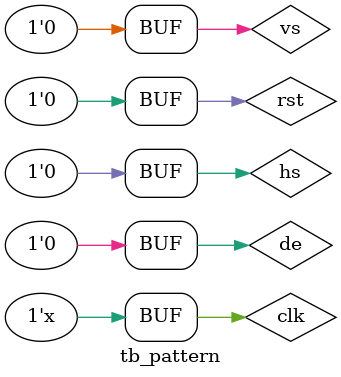
<source format=v>
`timescale 1ns / 1ps


module tb_pattern(

    );

parameter C_PORT_NUM = 4;

reg rst;
reg clk;
reg vs;
reg hs;
reg de;


wire [C_PORT_NUM-1:0] VS_O ;
wire [C_PORT_NUM-1:0] HS_O ;
wire [C_PORT_NUM-1:0] DE_O ;
wire [C_PORT_NUM*8-1:0] R_O  ;
wire [C_PORT_NUM*8-1:0] G_O  ;
wire [C_PORT_NUM*8-1:0] B_O  ;


always #5 clk = ~clk;


initial begin
rst = 1;
clk = 0;
vs  = 0;
hs  = 0;
de  = 0;
#200;
rst = 0;
#2000;
vs = 1;
#200;
vs= 0;
#1000;
de = 1;
#1000;
de = 0;
#200;
hs = 1;
#100;
hs = 0;
#400;
de = 1;
#1000;
de = 0;


end


  
pattern  
    #(.C_PORT_NUM(C_PORT_NUM))
    pattern_u(
    .CLK_I(clk),
    .RST_I(rst),
    .VS_I (vs),
    .HS_I (hs),
    .DE_I (de),
    .VS_O (VS_O ),
    .HS_O (HS_O ),
    .DE_O (DE_O ),
    .R_O  (R_O  ),
    .G_O  (G_O  ),
    .B_O  (B_O  )

);

    
    
endmodule

</source>
